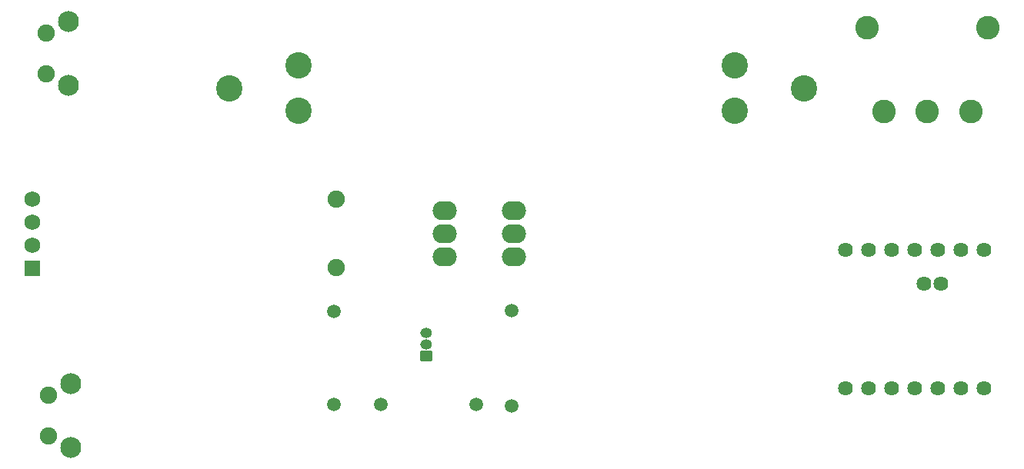
<source format=gbs>
G04 Layer: BottomSolderMaskLayer*
G04 EasyEDA Pro v2.2.38.8, 2025-04-29 09:25:40*
G04 Gerber Generator version 0.3*
G04 Scale: 100 percent, Rotated: No, Reflected: No*
G04 Dimensions in millimeters*
G04 Leading zeros omitted, absolute positions, 4 integers and 5 decimals*
%FSLAX45Y45*%
%MOMM*%
%AMRoundRect*1,1,$1,$2,$3*1,1,$1,$4,$5*1,1,$1,0-$2,0-$3*1,1,$1,0-$4,0-$5*20,1,$1,$2,$3,$4,$5,0*20,1,$1,$4,$5,0-$2,0-$3,0*20,1,$1,0-$2,0-$3,0-$4,0-$5,0*20,1,$1,0-$4,0-$5,$2,$3,0*4,1,4,$2,$3,$4,$5,0-$2,0-$3,0-$4,0-$5,$2,$3,0*%
%ADD10O,2.6416X2.1016*%
%ADD11RoundRect,0.18181X-0.77269X-0.77269X-0.77269X0.77269*%
%ADD12C,1.7272*%
%ADD13C,1.6256*%
%ADD14C,1.9016*%
%ADD15RoundRect,0.09302X-0.60429X-0.50429X-0.60429X0.50429*%
%ADD16O,1.3016X1.1016*%
%ADD17C,1.5016*%
%ADD18C,2.6016*%
%ADD19C,2.90002*%
%ADD20C,2.3016*%
G75*


G04 Pad Start*
G54D10*
G01X5562600Y-2260280D03*
G01X5562600Y-2514280D03*
G01X5562600Y-2768280D03*
G01X4800600Y-2768280D03*
G01X4800600Y-2514280D03*
G01X4800600Y-2260280D03*
G54D11*
G01X259334Y-2902331D03*
G54D12*
G01X259334Y-2648331D03*
G01X259334Y-2394331D03*
G01X259334Y-2140331D03*
G54D13*
G01X9715490Y-2692410D03*
G01X9969490Y-2692410D03*
G01X10223490Y-2692410D03*
G01X10477490Y-2692410D03*
G01X10731500Y-2692400D03*
G01X10731490Y-4216410D03*
G01X10477490Y-4216410D03*
G01X10223500Y-4216410D03*
G01X9969490Y-4216410D03*
G01X9461490Y-4216410D03*
G01X9207490Y-4216410D03*
G01X9715490Y-4216410D03*
G01X10071090Y-3066806D03*
G01X10259888Y-3066806D03*
G01X9207490Y-2692410D03*
G01X9461490Y-2692410D03*
G54D14*
G01X3606800Y-2134603D03*
G01X3606800Y-2894597D03*
G54D15*
G01X4597400Y-3860800D03*
G54D16*
G01X4597400Y-3733800D03*
G01X4597400Y-3606800D03*
G54D17*
G01X5537200Y-3361207D03*
G01X5537200Y-4411193D03*
G01X4097807Y-4394200D03*
G01X5147793Y-4394200D03*
G01X3581400Y-4396207D03*
G01X3581400Y-3376193D03*
G54D18*
G01X9629188Y-1172195D03*
G01X10109197Y-1172195D03*
G01X10589181Y-1172195D03*
G01X9444203Y-250213D03*
G01X10774197Y-250205D03*
G54D19*
G01X8749309Y-914425D03*
G01X7989392Y-664388D03*
G01X7989291Y-1164412D03*
G01X2426691Y-914375D03*
G01X3186608Y-1164412D03*
G01X3186709Y-664388D03*
G54D20*
G01X683793Y-4171201D03*
G01X683793Y-4871199D03*
G54D14*
G01X433807Y-4746180D03*
G01X433807Y-4296194D03*
G54D20*
G01X658393Y-183401D03*
G01X658393Y-883399D03*
G54D14*
G01X408407Y-758380D03*
G01X408407Y-308394D03*
G04 Pad End*

M02*


</source>
